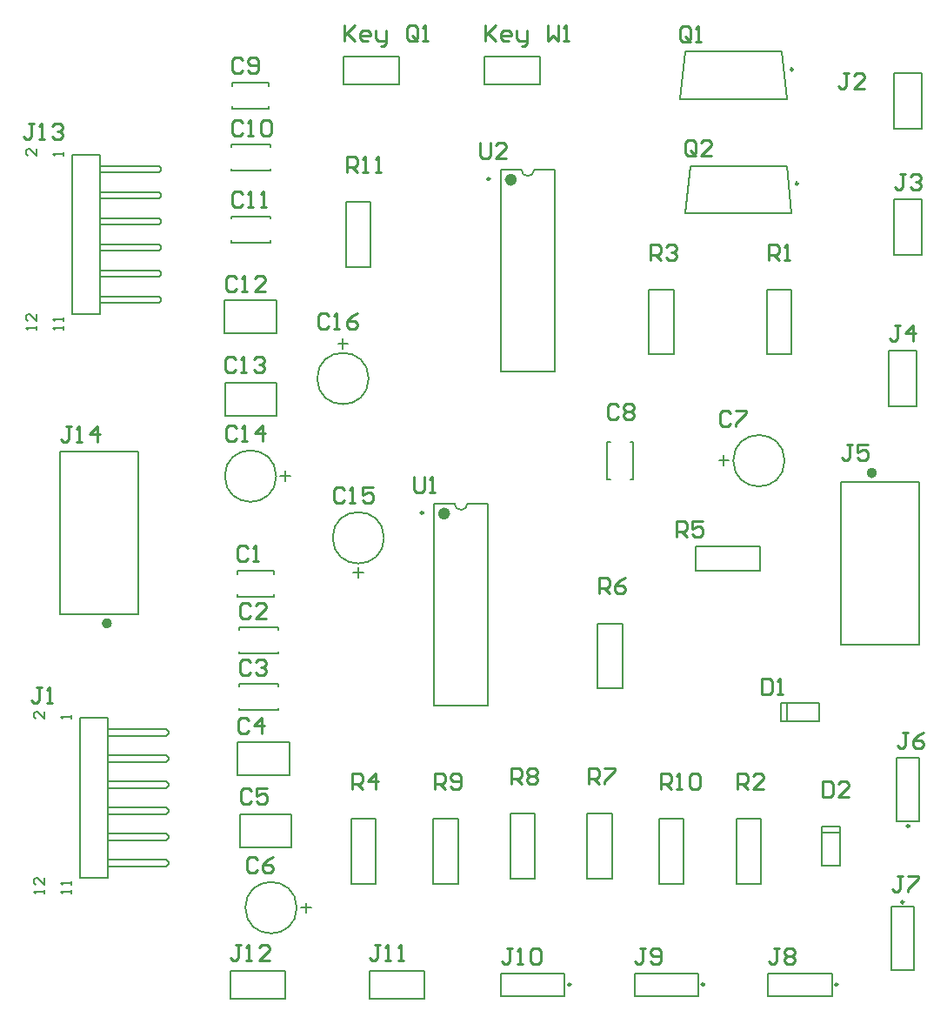
<source format=gto>
G04*
G04 #@! TF.GenerationSoftware,Altium Limited,Altium Designer,22.9.1 (49)*
G04*
G04 Layer_Color=65535*
%FSLAX44Y44*%
%MOMM*%
G71*
G04*
G04 #@! TF.SameCoordinates,DBEF2CFB-25A5-4AA8-B732-6DF96BC3893C*
G04*
G04*
G04 #@! TF.FilePolarity,Positive*
G04*
G01*
G75*
%ADD10C,0.2500*%
%ADD11C,0.6000*%
%ADD12C,0.2000*%
%ADD13C,0.5000*%
%ADD14C,0.2540*%
%ADD15C,0.1524*%
%ADD16C,0.1500*%
D10*
X911000Y125500D02*
G03*
X911000Y125500I-1250J0D01*
G01*
X443150Y504200D02*
G03*
X443150Y504200I-1250J0D01*
G01*
X803250Y935750D02*
G03*
X803250Y935750I-1250J0D01*
G01*
X808250Y824675D02*
G03*
X808250Y824675I-1250J0D01*
G01*
X916500Y199500D02*
G03*
X916500Y199500I-1250J0D01*
G01*
X846750Y45250D02*
G03*
X846750Y45250I-1250J0D01*
G01*
X716750D02*
G03*
X716750Y45250I-1250J0D01*
G01*
X586750D02*
G03*
X586750Y45250I-1250J0D01*
G01*
X508150Y829200D02*
G03*
X508150Y829200I-1250J0D01*
G01*
D11*
X466500Y503500D02*
G03*
X466500Y503500I-3000J0D01*
G01*
X531500Y828500D02*
G03*
X531500Y828500I-3000J0D01*
G01*
D12*
X473650Y513500D02*
G03*
X486350Y513500I6350J0D01*
G01*
X320000Y120000D02*
G03*
X320000Y120000I-25000J0D01*
G01*
X795000Y555000D02*
G03*
X795000Y555000I-25000J0D01*
G01*
X405000Y480000D02*
G03*
X405000Y480000I-25000J0D01*
G01*
X538650Y838500D02*
G03*
X551350Y838500I6350J0D01*
G01*
X390000Y635000D02*
G03*
X390000Y635000I-25000J0D01*
G01*
X300000Y540000D02*
G03*
X300000Y540000I-25000J0D01*
G01*
X899000Y121000D02*
X921000D01*
X899000Y59000D02*
Y121000D01*
Y59000D02*
X921000D01*
Y121000D01*
X928450Y878100D02*
Y931900D01*
X901550Y878100D02*
X928450D01*
X901550D02*
Y931900D01*
X928450D01*
X453500Y316500D02*
X506500D01*
X486350Y513500D02*
X506500D01*
X453500D02*
X473650D01*
X506500Y316500D02*
Y513500D01*
X453500Y316500D02*
Y513500D01*
X262000Y444750D02*
Y447500D01*
Y422500D02*
Y425250D01*
Y422500D02*
X298000D01*
Y444750D02*
Y447500D01*
Y422500D02*
Y425250D01*
X262000Y447500D02*
X298000D01*
X301750Y367300D02*
Y369500D01*
X263650Y367300D02*
Y369500D01*
Y390500D02*
Y392700D01*
X301750Y390500D02*
Y392700D01*
X263650Y367300D02*
X301750D01*
X263650Y392700D02*
X301750D01*
Y312300D02*
Y314500D01*
X263650Y312300D02*
Y314500D01*
Y335500D02*
Y337700D01*
X301750Y335500D02*
Y337700D01*
X263650Y312300D02*
X301750D01*
X263650Y337700D02*
X301750D01*
X135750Y185600D02*
X193000D01*
X135750Y192000D02*
X193000D01*
Y185600D02*
X195000Y187600D01*
X193000Y192000D02*
X195000Y190000D01*
Y187600D02*
Y190000D01*
X135750Y236400D02*
X193000D01*
X135750Y242800D02*
X193000D01*
Y236400D02*
X195000Y238400D01*
X193000Y242800D02*
X195000Y240800D01*
Y238400D02*
Y240800D01*
X108850Y149200D02*
Y304600D01*
X135750D01*
Y149200D02*
Y304600D01*
X108850Y149200D02*
X135750D01*
Y287200D02*
X193000D01*
X135750Y293600D02*
X193000D01*
Y287200D02*
X195000Y289200D01*
X193000Y293600D02*
X195000Y291600D01*
Y289200D02*
Y291600D01*
Y263800D02*
Y266200D01*
X193000Y268200D02*
X195000Y266200D01*
X193000Y261800D02*
X195000Y263800D01*
X135750Y268200D02*
X193000D01*
X135750Y261800D02*
X193000D01*
X195000Y213000D02*
Y215400D01*
X193000Y217400D02*
X195000Y215400D01*
X193000Y211000D02*
X195000Y213000D01*
X135750Y217400D02*
X193000D01*
X135750Y211000D02*
X193000D01*
X195000Y162200D02*
Y164600D01*
X193000Y166600D02*
X195000Y164600D01*
X193000Y160200D02*
X195000Y162200D01*
X135750Y166600D02*
X193000D01*
X135750Y160200D02*
X193000D01*
X261900Y249100D02*
Y280900D01*
X312700D01*
X261900Y249100D02*
X312700D01*
Y280900D01*
X265000Y179000D02*
Y211000D01*
Y179000D02*
X315000D01*
Y211000D01*
X265000D02*
X315000D01*
X928450Y755400D02*
Y809200D01*
X901550Y755400D02*
X928450D01*
X901550D02*
Y809200D01*
X928450D01*
X778000Y721500D02*
X802000D01*
Y658500D02*
Y721500D01*
X778000Y658500D02*
Y721500D01*
Y658500D02*
X802000D01*
X923450Y608100D02*
Y661900D01*
X896550Y608100D02*
X923450D01*
X896550D02*
Y661900D01*
X923450D01*
X849520Y534058D02*
X925720D01*
Y375566D02*
Y534058D01*
X849520Y375562D02*
X925720D01*
X849520D02*
Y534053D01*
X698000Y953000D02*
X792000D01*
X693000Y907000D02*
X698000Y953000D01*
X792000D02*
X797000Y907000D01*
X693000D02*
X797000D01*
X644750Y573000D02*
X647500D01*
X622500D02*
X625250D01*
X622500Y537000D02*
Y573000D01*
X644750Y537000D02*
X647500D01*
X622500D02*
X625250D01*
X647500D02*
Y573000D01*
X748000Y206500D02*
X772000D01*
Y143500D02*
Y206500D01*
X748000Y143500D02*
Y206500D01*
Y143500D02*
X772000D01*
X373000Y206500D02*
X397000D01*
Y143500D02*
Y206500D01*
X373000Y143500D02*
Y206500D01*
Y143500D02*
X397000D01*
X663000Y721500D02*
X687000D01*
Y658500D02*
Y721500D01*
X663000Y658500D02*
Y721500D01*
Y658500D02*
X687000D01*
X771500Y448000D02*
Y472000D01*
X708500Y448000D02*
X771500D01*
X708500Y472000D02*
X771500D01*
X708500Y448000D02*
Y472000D01*
X703000Y841925D02*
X797000D01*
X698000Y795925D02*
X703000Y841925D01*
X797000D02*
X802000Y795925D01*
X698000D02*
X802000D01*
X904000Y204000D02*
X926000D01*
Y266000D01*
X904000D02*
X926000D01*
X904000Y204000D02*
Y266000D01*
X841000Y34000D02*
Y56000D01*
X779000D02*
X841000D01*
X779000Y34000D02*
Y56000D01*
Y34000D02*
X841000D01*
X828875Y301175D02*
Y318825D01*
X791125Y301175D02*
X828875D01*
X791125D02*
Y318825D01*
X828875D01*
X797300Y301175D02*
Y318825D01*
X613000Y333500D02*
X637000D01*
X613000D02*
Y396500D01*
X637000Y333500D02*
Y396500D01*
X613000D02*
X637000D01*
X711000Y34000D02*
Y56000D01*
X649000D02*
X711000D01*
X649000Y34000D02*
Y56000D01*
Y34000D02*
X711000D01*
X581000D02*
Y56000D01*
X519000D02*
X581000D01*
X519000Y34000D02*
Y56000D01*
Y34000D02*
X581000D01*
X831175Y161125D02*
X848825D01*
X831175D02*
Y198875D01*
X848825D01*
Y161125D02*
Y198875D01*
X831175Y192700D02*
X848825D01*
X390800Y58450D02*
X444600D01*
Y31550D02*
Y58450D01*
X390800Y31550D02*
X444600D01*
X390800D02*
Y58450D01*
X257000Y919750D02*
Y922500D01*
Y897500D02*
Y900250D01*
Y897500D02*
X293000D01*
Y919750D02*
Y922500D01*
Y897500D02*
Y900250D01*
X257000Y922500D02*
X293000D01*
X603000Y148500D02*
X627000D01*
X603000D02*
Y211500D01*
X627000Y148500D02*
Y211500D01*
X603000D02*
X627000D01*
X255400Y31550D02*
X309200D01*
X255400D02*
Y58450D01*
X309200D01*
Y31550D02*
Y58450D01*
X528000Y211500D02*
X552000D01*
Y148500D02*
Y211500D01*
X528000Y148500D02*
Y211500D01*
Y148500D02*
X552000D01*
X294050Y837300D02*
Y839500D01*
X255950Y837300D02*
Y839500D01*
Y860500D02*
Y862700D01*
X294050Y860500D02*
Y862700D01*
X255950Y837300D02*
X294050D01*
X255950Y862700D02*
X294050D01*
X453000Y206500D02*
X477000D01*
Y143500D02*
Y206500D01*
X453000Y143500D02*
Y206500D01*
Y143500D02*
X477000D01*
X128450Y733700D02*
X185700D01*
X128450Y740100D02*
X185700D01*
Y733700D02*
X187700Y735700D01*
X185700Y740100D02*
X187700Y738100D01*
Y735700D02*
Y738100D01*
X128450Y784500D02*
X185700D01*
X128450Y790900D02*
X185700D01*
Y784500D02*
X187700Y786500D01*
X185700Y790900D02*
X187700Y788900D01*
Y786500D02*
Y788900D01*
X101550Y697300D02*
Y852700D01*
X128450D01*
Y697300D02*
Y852700D01*
X101550Y697300D02*
X128450D01*
Y835300D02*
X185700D01*
X128450Y841700D02*
X185700D01*
Y835300D02*
X187700Y837300D01*
X185700Y841700D02*
X187700Y839700D01*
Y837300D02*
Y839700D01*
Y811900D02*
Y814300D01*
X185700Y816300D02*
X187700Y814300D01*
X185700Y809900D02*
X187700Y811900D01*
X128450Y816300D02*
X185700D01*
X128450Y809900D02*
X185700D01*
X187700Y761100D02*
Y763500D01*
X185700Y765500D02*
X187700Y763500D01*
X185700Y759100D02*
X187700Y761100D01*
X128450Y765500D02*
X185700D01*
X128450Y759100D02*
X185700D01*
X187700Y710300D02*
Y712700D01*
X185700Y714700D02*
X187700Y712700D01*
X185700Y708300D02*
X187700Y710300D01*
X128450Y714700D02*
X185700D01*
X128450Y708300D02*
X185700D01*
X503100Y948450D02*
X556900D01*
Y921550D02*
Y948450D01*
X503100Y921550D02*
X556900D01*
X503100D02*
Y948450D01*
X518500Y641500D02*
X571500D01*
X551350Y838500D02*
X571500D01*
X518500D02*
X538650D01*
X571500Y641500D02*
Y838500D01*
X518500Y641500D02*
Y838500D01*
X294050Y767300D02*
Y769500D01*
X255950Y767300D02*
Y769500D01*
Y790500D02*
Y792700D01*
X294050Y790500D02*
Y792700D01*
X255950Y767300D02*
X294050D01*
X255950Y792700D02*
X294050D01*
X673000Y206500D02*
X697000D01*
Y143500D02*
Y206500D01*
X673000Y143500D02*
Y206500D01*
Y143500D02*
X697000D01*
X249600Y679100D02*
Y710900D01*
X300400D01*
X249600Y679100D02*
X300400D01*
Y710900D01*
X89280Y405754D02*
X165480D01*
X89280D02*
Y564245D01*
X89280Y564250D02*
X165480D01*
Y405759D02*
Y564250D01*
X368000Y743500D02*
X392000D01*
X368000D02*
Y806500D01*
X392000Y743500D02*
Y806500D01*
X368000D02*
X392000D01*
X250000Y599000D02*
Y631000D01*
Y599000D02*
X300000D01*
Y631000D01*
X250000D02*
X300000D01*
X365800Y921550D02*
X419600D01*
X365800D02*
Y948450D01*
X419600D01*
Y921550D02*
Y948450D01*
D13*
X882371Y543062D02*
G03*
X882371Y543062I-2500J0D01*
G01*
X137629Y396750D02*
G03*
X137629Y396750I-2500J0D01*
G01*
D14*
X909571Y150871D02*
X904492D01*
X907031D01*
Y138175D01*
X904492Y135636D01*
X901953D01*
X899414Y138175D01*
X914649Y150871D02*
X924806D01*
Y148332D01*
X914649Y138175D01*
Y135636D01*
X857461Y932617D02*
X852383D01*
X854922D01*
Y919922D01*
X852383Y917383D01*
X849843D01*
X847304Y919922D01*
X872696Y917383D02*
X862539D01*
X872696Y927539D01*
Y930078D01*
X870157Y932617D01*
X865078D01*
X862539Y930078D01*
X433832Y538983D02*
Y526287D01*
X436371Y523748D01*
X441450D01*
X443989Y526287D01*
Y538983D01*
X449067Y523748D02*
X454145D01*
X451606D01*
Y538983D01*
X449067Y536444D01*
X272285Y469896D02*
X269746Y472435D01*
X264667D01*
X262128Y469896D01*
Y459739D01*
X264667Y457200D01*
X269746D01*
X272285Y459739D01*
X277363Y457200D02*
X282441D01*
X279902D01*
Y472435D01*
X277363Y469896D01*
X274825Y414270D02*
X272285Y416809D01*
X267207D01*
X264668Y414270D01*
Y404113D01*
X267207Y401574D01*
X272285D01*
X274825Y404113D01*
X290060Y401574D02*
X279903D01*
X290060Y411731D01*
Y414270D01*
X287521Y416809D01*
X282442D01*
X279903Y414270D01*
X274825Y359152D02*
X272285Y361691D01*
X267207D01*
X264668Y359152D01*
Y348995D01*
X267207Y346456D01*
X272285D01*
X274825Y348995D01*
X279903Y359152D02*
X282442Y361691D01*
X287521D01*
X290060Y359152D01*
Y356613D01*
X287521Y354073D01*
X284981D01*
X287521D01*
X290060Y351534D01*
Y348995D01*
X287521Y346456D01*
X282442D01*
X279903Y348995D01*
X71879Y334767D02*
X66800D01*
X69339D01*
Y322071D01*
X66800Y319532D01*
X64261D01*
X61722Y322071D01*
X76957Y319532D02*
X82035D01*
X79496D01*
Y334767D01*
X76957Y332228D01*
X273301Y302510D02*
X270762Y305049D01*
X265683D01*
X263144Y302510D01*
Y292353D01*
X265683Y289814D01*
X270762D01*
X273301Y292353D01*
X285997Y289814D02*
Y305049D01*
X278379Y297432D01*
X288536D01*
X275587Y233422D02*
X273048Y235961D01*
X267969D01*
X265430Y233422D01*
Y223265D01*
X267969Y220726D01*
X273048D01*
X275587Y223265D01*
X290822Y235961D02*
X280665D01*
Y228344D01*
X285743Y230883D01*
X288283D01*
X290822Y228344D01*
Y223265D01*
X288283Y220726D01*
X283204D01*
X280665Y223265D01*
X281429Y166620D02*
X278890Y169159D01*
X273811D01*
X271272Y166620D01*
Y156463D01*
X273811Y153924D01*
X278890D01*
X281429Y156463D01*
X296664Y169159D02*
X291585Y166620D01*
X286507Y161542D01*
Y156463D01*
X289046Y153924D01*
X294125D01*
X296664Y156463D01*
Y159002D01*
X294125Y161542D01*
X286507D01*
X912111Y834385D02*
X907032D01*
X909572D01*
Y821689D01*
X907032Y819150D01*
X904493D01*
X901954Y821689D01*
X917189Y831846D02*
X919728Y834385D01*
X924807D01*
X927346Y831846D01*
Y829307D01*
X924807Y826768D01*
X922267D01*
X924807D01*
X927346Y824228D01*
Y821689D01*
X924807Y819150D01*
X919728D01*
X917189Y821689D01*
X779272Y750570D02*
Y765805D01*
X786889D01*
X789429Y763266D01*
Y758187D01*
X786889Y755648D01*
X779272D01*
X784350D02*
X789429Y750570D01*
X794507D02*
X799585D01*
X797046D01*
Y765805D01*
X794507Y763266D01*
X907031Y687065D02*
X901952D01*
X904492D01*
Y674369D01*
X901952Y671830D01*
X899413D01*
X896874Y674369D01*
X919727Y671830D02*
Y687065D01*
X912109Y679447D01*
X922266D01*
X861057Y570987D02*
X855978D01*
X858518D01*
Y558291D01*
X855978Y555752D01*
X853439D01*
X850900Y558291D01*
X876292Y570987D02*
X866135D01*
Y563369D01*
X871213Y565909D01*
X873753D01*
X876292Y563369D01*
Y558291D01*
X873753Y555752D01*
X868674D01*
X866135Y558291D01*
X742185Y601468D02*
X739645Y604007D01*
X734567D01*
X732028Y601468D01*
Y591311D01*
X734567Y588772D01*
X739645D01*
X742185Y591311D01*
X747263Y604007D02*
X757420D01*
Y601468D01*
X747263Y591311D01*
Y588772D01*
X703577Y965199D02*
Y975356D01*
X701038Y977895D01*
X695959D01*
X693420Y975356D01*
Y965199D01*
X695959Y962660D01*
X701038D01*
X698498Y967738D02*
X703577Y962660D01*
X701038D02*
X703577Y965199D01*
X708655Y962660D02*
X713733D01*
X711194D01*
Y977895D01*
X708655Y975356D01*
X633219Y608326D02*
X630680Y610865D01*
X625601D01*
X623062Y608326D01*
Y598169D01*
X625601Y595630D01*
X630680D01*
X633219Y598169D01*
X638297Y608326D02*
X640836Y610865D01*
X645915D01*
X648454Y608326D01*
Y605787D01*
X645915Y603247D01*
X648454Y600708D01*
Y598169D01*
X645915Y595630D01*
X640836D01*
X638297Y598169D01*
Y600708D01*
X640836Y603247D01*
X638297Y605787D01*
Y608326D01*
X640836Y603247D02*
X645915D01*
X749300Y235712D02*
Y250947D01*
X756917D01*
X759457Y248408D01*
Y243330D01*
X756917Y240790D01*
X749300D01*
X754378D02*
X759457Y235712D01*
X774692D02*
X764535D01*
X774692Y245869D01*
Y248408D01*
X772153Y250947D01*
X767074D01*
X764535Y248408D01*
X374396Y235712D02*
Y250947D01*
X382014D01*
X384553Y248408D01*
Y243330D01*
X382014Y240790D01*
X374396D01*
X379474D02*
X384553Y235712D01*
X397249D02*
Y250947D01*
X389631Y243330D01*
X399788D01*
X664210Y750570D02*
Y765805D01*
X671827D01*
X674367Y763266D01*
Y758187D01*
X671827Y755648D01*
X664210D01*
X669288D02*
X674367Y750570D01*
X679445Y763266D02*
X681984Y765805D01*
X687063D01*
X689602Y763266D01*
Y760727D01*
X687063Y758187D01*
X684523D01*
X687063D01*
X689602Y755648D01*
Y753109D01*
X687063Y750570D01*
X681984D01*
X679445Y753109D01*
X689610Y480822D02*
Y496057D01*
X697227D01*
X699767Y493518D01*
Y488439D01*
X697227Y485900D01*
X689610D01*
X694688D02*
X699767Y480822D01*
X715002Y496057D02*
X704845D01*
Y488439D01*
X709923Y490979D01*
X712463D01*
X715002Y488439D01*
Y483361D01*
X712463Y480822D01*
X707384D01*
X704845Y483361D01*
X708657Y854201D02*
Y864358D01*
X706117Y866897D01*
X701039D01*
X698500Y864358D01*
Y854201D01*
X701039Y851662D01*
X706117D01*
X703578Y856740D02*
X708657Y851662D01*
X706117D02*
X708657Y854201D01*
X723892Y851662D02*
X713735D01*
X723892Y861819D01*
Y864358D01*
X721353Y866897D01*
X716274D01*
X713735Y864358D01*
X366519Y526538D02*
X363979Y529077D01*
X358901D01*
X356362Y526538D01*
Y516381D01*
X358901Y513842D01*
X363979D01*
X366519Y516381D01*
X371597Y513842D02*
X376675D01*
X374136D01*
Y529077D01*
X371597Y526538D01*
X394450Y529077D02*
X384293D01*
Y521460D01*
X389371Y523999D01*
X391911D01*
X394450Y521460D01*
Y516381D01*
X391911Y513842D01*
X386832D01*
X384293Y516381D01*
X914651Y290825D02*
X909572D01*
X912112D01*
Y278129D01*
X909572Y275590D01*
X907033D01*
X904494Y278129D01*
X929886Y290825D02*
X924807Y288286D01*
X919729Y283207D01*
Y278129D01*
X922268Y275590D01*
X927347D01*
X929886Y278129D01*
Y280668D01*
X927347Y283207D01*
X919729D01*
X789683Y80767D02*
X784604D01*
X787143D01*
Y68071D01*
X784604Y65532D01*
X782065D01*
X779526Y68071D01*
X794761Y78228D02*
X797300Y80767D01*
X802379D01*
X804918Y78228D01*
Y75689D01*
X802379Y73149D01*
X804918Y70610D01*
Y68071D01*
X802379Y65532D01*
X797300D01*
X794761Y68071D01*
Y70610D01*
X797300Y73149D01*
X794761Y75689D01*
Y78228D01*
X797300Y73149D02*
X802379D01*
X772414Y342895D02*
Y327660D01*
X780032D01*
X782571Y330199D01*
Y340356D01*
X780032Y342895D01*
X772414D01*
X787649Y327660D02*
X792727D01*
X790188D01*
Y342895D01*
X787649Y340356D01*
X614172Y425704D02*
Y440939D01*
X621790D01*
X624329Y438400D01*
Y433321D01*
X621790Y430782D01*
X614172D01*
X619250D02*
X624329Y425704D01*
X639564Y440939D02*
X634485Y438400D01*
X629407Y433321D01*
Y428243D01*
X631946Y425704D01*
X637025D01*
X639564Y428243D01*
Y430782D01*
X637025Y433321D01*
X629407D01*
X659635Y80767D02*
X654556D01*
X657095D01*
Y68071D01*
X654556Y65532D01*
X652017D01*
X649478Y68071D01*
X664713D02*
X667252Y65532D01*
X672331D01*
X674870Y68071D01*
Y78228D01*
X672331Y80767D01*
X667252D01*
X664713Y78228D01*
Y75689D01*
X667252Y73149D01*
X674870D01*
X529587Y80767D02*
X524508D01*
X527048D01*
Y68071D01*
X524508Y65532D01*
X521969D01*
X519430Y68071D01*
X534665Y65532D02*
X539743D01*
X537204D01*
Y80767D01*
X534665Y78228D01*
X547361D02*
X549900Y80767D01*
X554978D01*
X557518Y78228D01*
Y68071D01*
X554978Y65532D01*
X549900D01*
X547361Y68071D01*
Y78228D01*
X832358Y242819D02*
Y227584D01*
X839976D01*
X842515Y230123D01*
Y240280D01*
X839976Y242819D01*
X832358D01*
X857750Y227584D02*
X847593D01*
X857750Y237741D01*
Y240280D01*
X855211Y242819D01*
X850132D01*
X847593Y240280D01*
X401317Y83561D02*
X396238D01*
X398778D01*
Y70865D01*
X396238Y68326D01*
X393699D01*
X391160Y70865D01*
X406395Y68326D02*
X411473D01*
X408934D01*
Y83561D01*
X406395Y81022D01*
X419091Y68326D02*
X424169D01*
X421630D01*
Y83561D01*
X419091Y81022D01*
X267205Y944876D02*
X264666Y947415D01*
X259587D01*
X257048Y944876D01*
Y934719D01*
X259587Y932180D01*
X264666D01*
X267205Y934719D01*
X272283D02*
X274822Y932180D01*
X279901D01*
X282440Y934719D01*
Y944876D01*
X279901Y947415D01*
X274822D01*
X272283Y944876D01*
Y942337D01*
X274822Y939798D01*
X282440D01*
X604266Y240538D02*
Y255773D01*
X611884D01*
X614423Y253234D01*
Y248155D01*
X611884Y245616D01*
X604266D01*
X609344D02*
X614423Y240538D01*
X619501Y255773D02*
X629658D01*
Y253234D01*
X619501Y243077D01*
Y240538D01*
X265935Y83561D02*
X260856D01*
X263396D01*
Y70865D01*
X260856Y68326D01*
X258317D01*
X255778Y70865D01*
X271013Y68326D02*
X276091D01*
X273552D01*
Y83561D01*
X271013Y81022D01*
X293866Y68326D02*
X283709D01*
X293866Y78483D01*
Y81022D01*
X291327Y83561D01*
X286248D01*
X283709Y81022D01*
X529336Y240538D02*
Y255773D01*
X536954D01*
X539493Y253234D01*
Y248155D01*
X536954Y245616D01*
X529336D01*
X534414D02*
X539493Y240538D01*
X544571Y253234D02*
X547110Y255773D01*
X552189D01*
X554728Y253234D01*
Y250695D01*
X552189Y248155D01*
X554728Y245616D01*
Y243077D01*
X552189Y240538D01*
X547110D01*
X544571Y243077D01*
Y245616D01*
X547110Y248155D01*
X544571Y250695D01*
Y253234D01*
X547110Y248155D02*
X552189D01*
X267205Y884170D02*
X264666Y886709D01*
X259587D01*
X257048Y884170D01*
Y874013D01*
X259587Y871474D01*
X264666D01*
X267205Y874013D01*
X272283Y871474D02*
X277361D01*
X274822D01*
Y886709D01*
X272283Y884170D01*
X284979D02*
X287518Y886709D01*
X292596D01*
X295136Y884170D01*
Y874013D01*
X292596Y871474D01*
X287518D01*
X284979Y874013D01*
Y884170D01*
X454406Y235712D02*
Y250947D01*
X462024D01*
X464563Y248408D01*
Y243330D01*
X462024Y240790D01*
X454406D01*
X459484D02*
X464563Y235712D01*
X469641Y238251D02*
X472180Y235712D01*
X477259D01*
X479798Y238251D01*
Y248408D01*
X477259Y250947D01*
X472180D01*
X469641Y248408D01*
Y245869D01*
X472180Y243330D01*
X479798D01*
X64513Y882899D02*
X59434D01*
X61974D01*
Y870203D01*
X59434Y867664D01*
X56895D01*
X54356Y870203D01*
X69591Y867664D02*
X74669D01*
X72130D01*
Y882899D01*
X69591Y880360D01*
X82287D02*
X84826Y882899D01*
X89904D01*
X92444Y880360D01*
Y877821D01*
X89904Y875282D01*
X87365D01*
X89904D01*
X92444Y872742D01*
Y870203D01*
X89904Y867664D01*
X84826D01*
X82287Y870203D01*
X503428Y978657D02*
Y963422D01*
Y968500D01*
X513585Y978657D01*
X505967Y971040D01*
X513585Y963422D01*
X526281D02*
X521202D01*
X518663Y965961D01*
Y971040D01*
X521202Y973579D01*
X526281D01*
X528820Y971040D01*
Y968500D01*
X518663D01*
X533898Y973579D02*
Y965961D01*
X536437Y963422D01*
X544055D01*
Y960883D01*
X541516Y958344D01*
X538977D01*
X544055Y963422D02*
Y973579D01*
X564368Y978657D02*
Y963422D01*
X569447Y968500D01*
X574525Y963422D01*
Y978657D01*
X579603Y963422D02*
X584682D01*
X582142D01*
Y978657D01*
X579603Y976118D01*
X498856Y864103D02*
Y851407D01*
X501395Y848868D01*
X506474D01*
X509013Y851407D01*
Y864103D01*
X524248Y848868D02*
X514091D01*
X524248Y859025D01*
Y861564D01*
X521709Y864103D01*
X516630D01*
X514091Y861564D01*
X267205Y814320D02*
X264666Y816859D01*
X259587D01*
X257048Y814320D01*
Y804163D01*
X259587Y801624D01*
X264666D01*
X267205Y804163D01*
X272283Y801624D02*
X277361D01*
X274822D01*
Y816859D01*
X272283Y814320D01*
X284979Y801624D02*
X290057D01*
X287518D01*
Y816859D01*
X284979Y814320D01*
X674370Y235712D02*
Y250947D01*
X681988D01*
X684527Y248408D01*
Y243330D01*
X681988Y240790D01*
X674370D01*
X679448D02*
X684527Y235712D01*
X689605D02*
X694683D01*
X692144D01*
Y250947D01*
X689605Y248408D01*
X702301D02*
X704840Y250947D01*
X709919D01*
X712458Y248408D01*
Y238251D01*
X709919Y235712D01*
X704840D01*
X702301Y238251D01*
Y248408D01*
X261109Y732532D02*
X258570Y735071D01*
X253491D01*
X250952Y732532D01*
Y722375D01*
X253491Y719836D01*
X258570D01*
X261109Y722375D01*
X266187Y719836D02*
X271265D01*
X268726D01*
Y735071D01*
X266187Y732532D01*
X289040Y719836D02*
X278883D01*
X289040Y729993D01*
Y732532D01*
X286500Y735071D01*
X281422D01*
X278883Y732532D01*
X100835Y588259D02*
X95756D01*
X98295D01*
Y575563D01*
X95756Y573024D01*
X93217D01*
X90678Y575563D01*
X105913Y573024D02*
X110991D01*
X108452D01*
Y588259D01*
X105913Y585720D01*
X126227Y573024D02*
Y588259D01*
X118609Y580642D01*
X128766D01*
X369316Y835660D02*
Y850895D01*
X376934D01*
X379473Y848356D01*
Y843278D01*
X376934Y840738D01*
X369316D01*
X374394D02*
X379473Y835660D01*
X384551D02*
X389629D01*
X387090D01*
Y850895D01*
X384551Y848356D01*
X397247Y835660D02*
X402325D01*
X399786D01*
Y850895D01*
X397247Y848356D01*
X351533Y695956D02*
X348993Y698495D01*
X343915D01*
X341376Y695956D01*
Y685799D01*
X343915Y683260D01*
X348993D01*
X351533Y685799D01*
X356611Y683260D02*
X361689D01*
X359150D01*
Y698495D01*
X356611Y695956D01*
X379464Y698495D02*
X374385Y695956D01*
X369307Y690878D01*
Y685799D01*
X371846Y683260D01*
X376925D01*
X379464Y685799D01*
Y688338D01*
X376925Y690878D01*
X369307D01*
X260601Y653284D02*
X258062Y655823D01*
X252983D01*
X250444Y653284D01*
Y643127D01*
X252983Y640588D01*
X258062D01*
X260601Y643127D01*
X265679Y640588D02*
X270757D01*
X268218D01*
Y655823D01*
X265679Y653284D01*
X278375D02*
X280914Y655823D01*
X285993D01*
X288532Y653284D01*
Y650745D01*
X285993Y648205D01*
X283453D01*
X285993D01*
X288532Y645666D01*
Y643127D01*
X285993Y640588D01*
X280914D01*
X278375Y643127D01*
X366014Y978657D02*
Y963422D01*
Y968500D01*
X376171Y978657D01*
X368553Y971040D01*
X376171Y963422D01*
X388867D02*
X383788D01*
X381249Y965961D01*
Y971040D01*
X383788Y973579D01*
X388867D01*
X391406Y971040D01*
Y968500D01*
X381249D01*
X396484Y973579D02*
Y965961D01*
X399023Y963422D01*
X406641D01*
Y960883D01*
X404102Y958344D01*
X401562D01*
X406641Y963422D02*
Y973579D01*
X437111Y965961D02*
Y976118D01*
X434572Y978657D01*
X429493D01*
X426954Y976118D01*
Y965961D01*
X429493Y963422D01*
X434572D01*
X432033Y968500D02*
X437111Y963422D01*
X434572D02*
X437111Y965961D01*
X442189Y963422D02*
X447268D01*
X444729D01*
Y978657D01*
X442189Y976118D01*
X261363Y586482D02*
X258824Y589021D01*
X253745D01*
X251206Y586482D01*
Y576325D01*
X253745Y573786D01*
X258824D01*
X261363Y576325D01*
X266441Y573786D02*
X271519D01*
X268980D01*
Y589021D01*
X266441Y586482D01*
X286754Y573786D02*
Y589021D01*
X279137Y581404D01*
X289294D01*
D15*
X100300Y134200D02*
Y137586D01*
Y135893D01*
X90143D01*
X91836Y134200D01*
X100300Y142664D02*
Y146049D01*
Y144357D01*
X90143D01*
X91836Y142664D01*
X74300Y134200D02*
Y137586D01*
Y135893D01*
X64143D01*
X65836Y134200D01*
X74300Y149435D02*
Y142664D01*
X67529Y149435D01*
X65836D01*
X64143Y147742D01*
Y144357D01*
X65836Y142664D01*
X74300Y310471D02*
Y303700D01*
X67529Y310471D01*
X65836D01*
X64143Y308778D01*
Y305393D01*
X65836Y303700D01*
X100300D02*
Y307086D01*
Y305393D01*
X90143D01*
X91836Y303700D01*
X93000Y682300D02*
Y685686D01*
Y683993D01*
X82843D01*
X84536Y682300D01*
X93000Y690764D02*
Y694149D01*
Y692457D01*
X82843D01*
X84536Y690764D01*
X67000Y682300D02*
Y685686D01*
Y683993D01*
X56843D01*
X58536Y682300D01*
X67000Y697535D02*
Y690764D01*
X60229Y697535D01*
X58536D01*
X56843Y695842D01*
Y692457D01*
X58536Y690764D01*
X67000Y858571D02*
Y851800D01*
X60229Y858571D01*
X58536D01*
X56843Y856878D01*
Y853493D01*
X58536Y851800D01*
X93000D02*
Y855186D01*
Y853493D01*
X82843D01*
X84536Y851800D01*
D16*
X334080Y119872D02*
X324083D01*
X329082Y114874D02*
Y124871D01*
X730920Y555128D02*
X740917D01*
X735918Y560126D02*
Y550129D01*
X379872Y440920D02*
Y450917D01*
X374874Y445918D02*
X384871D01*
X365128Y674080D02*
Y664083D01*
X370126Y669082D02*
X360129D01*
X314080Y539872D02*
X304083D01*
X309082Y534874D02*
Y544871D01*
M02*

</source>
